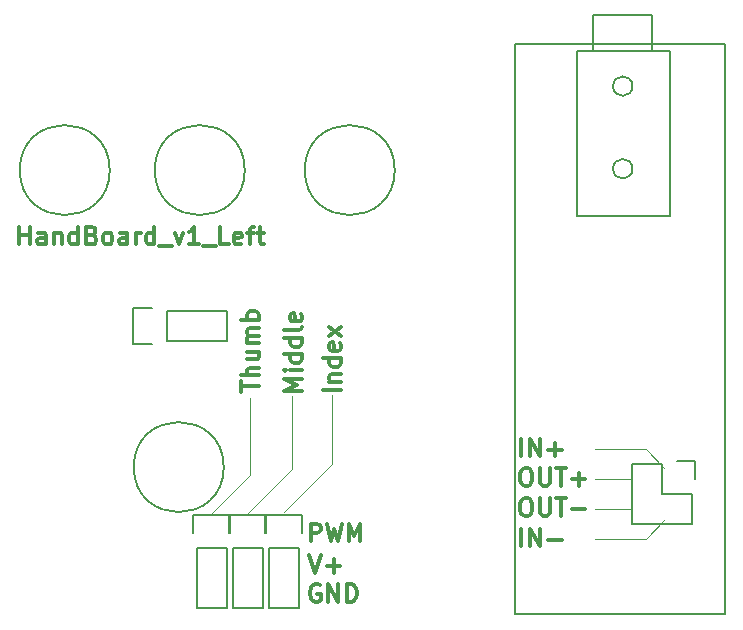
<source format=gto>
G04 #@! TF.FileFunction,Legend,Top*
%FSLAX46Y46*%
G04 Gerber Fmt 4.6, Leading zero omitted, Abs format (unit mm)*
G04 Created by KiCad (PCBNEW 4.0.1-stable) date 2016/02/29 22:10:02*
%MOMM*%
G01*
G04 APERTURE LIST*
%ADD10C,0.100000*%
%ADD11C,0.300000*%
%ADD12C,0.150000*%
G04 APERTURE END LIST*
D10*
X124121100Y-127633600D02*
X124121100Y-121783600D01*
X120071100Y-131683600D02*
X124121100Y-127633600D01*
X120771100Y-127983600D02*
X120771100Y-121883600D01*
X117021100Y-131733600D02*
X120771100Y-127983600D01*
X117171100Y-128533600D02*
X113971100Y-131733600D01*
X117171100Y-122033600D02*
X117171100Y-128533600D01*
D11*
X97678243Y-109012171D02*
X97678243Y-107512171D01*
X97678243Y-108226457D02*
X98535386Y-108226457D01*
X98535386Y-109012171D02*
X98535386Y-107512171D01*
X99892529Y-109012171D02*
X99892529Y-108226457D01*
X99821100Y-108083600D01*
X99678243Y-108012171D01*
X99392529Y-108012171D01*
X99249672Y-108083600D01*
X99892529Y-108940743D02*
X99749672Y-109012171D01*
X99392529Y-109012171D01*
X99249672Y-108940743D01*
X99178243Y-108797886D01*
X99178243Y-108655029D01*
X99249672Y-108512171D01*
X99392529Y-108440743D01*
X99749672Y-108440743D01*
X99892529Y-108369314D01*
X100606815Y-108012171D02*
X100606815Y-109012171D01*
X100606815Y-108155029D02*
X100678243Y-108083600D01*
X100821101Y-108012171D01*
X101035386Y-108012171D01*
X101178243Y-108083600D01*
X101249672Y-108226457D01*
X101249672Y-109012171D01*
X102606815Y-109012171D02*
X102606815Y-107512171D01*
X102606815Y-108940743D02*
X102463958Y-109012171D01*
X102178244Y-109012171D01*
X102035386Y-108940743D01*
X101963958Y-108869314D01*
X101892529Y-108726457D01*
X101892529Y-108297886D01*
X101963958Y-108155029D01*
X102035386Y-108083600D01*
X102178244Y-108012171D01*
X102463958Y-108012171D01*
X102606815Y-108083600D01*
X103821101Y-108226457D02*
X104035387Y-108297886D01*
X104106815Y-108369314D01*
X104178244Y-108512171D01*
X104178244Y-108726457D01*
X104106815Y-108869314D01*
X104035387Y-108940743D01*
X103892529Y-109012171D01*
X103321101Y-109012171D01*
X103321101Y-107512171D01*
X103821101Y-107512171D01*
X103963958Y-107583600D01*
X104035387Y-107655029D01*
X104106815Y-107797886D01*
X104106815Y-107940743D01*
X104035387Y-108083600D01*
X103963958Y-108155029D01*
X103821101Y-108226457D01*
X103321101Y-108226457D01*
X105035387Y-109012171D02*
X104892529Y-108940743D01*
X104821101Y-108869314D01*
X104749672Y-108726457D01*
X104749672Y-108297886D01*
X104821101Y-108155029D01*
X104892529Y-108083600D01*
X105035387Y-108012171D01*
X105249672Y-108012171D01*
X105392529Y-108083600D01*
X105463958Y-108155029D01*
X105535387Y-108297886D01*
X105535387Y-108726457D01*
X105463958Y-108869314D01*
X105392529Y-108940743D01*
X105249672Y-109012171D01*
X105035387Y-109012171D01*
X106821101Y-109012171D02*
X106821101Y-108226457D01*
X106749672Y-108083600D01*
X106606815Y-108012171D01*
X106321101Y-108012171D01*
X106178244Y-108083600D01*
X106821101Y-108940743D02*
X106678244Y-109012171D01*
X106321101Y-109012171D01*
X106178244Y-108940743D01*
X106106815Y-108797886D01*
X106106815Y-108655029D01*
X106178244Y-108512171D01*
X106321101Y-108440743D01*
X106678244Y-108440743D01*
X106821101Y-108369314D01*
X107535387Y-109012171D02*
X107535387Y-108012171D01*
X107535387Y-108297886D02*
X107606815Y-108155029D01*
X107678244Y-108083600D01*
X107821101Y-108012171D01*
X107963958Y-108012171D01*
X109106815Y-109012171D02*
X109106815Y-107512171D01*
X109106815Y-108940743D02*
X108963958Y-109012171D01*
X108678244Y-109012171D01*
X108535386Y-108940743D01*
X108463958Y-108869314D01*
X108392529Y-108726457D01*
X108392529Y-108297886D01*
X108463958Y-108155029D01*
X108535386Y-108083600D01*
X108678244Y-108012171D01*
X108963958Y-108012171D01*
X109106815Y-108083600D01*
X109463958Y-109155029D02*
X110606815Y-109155029D01*
X110821101Y-108012171D02*
X111178244Y-109012171D01*
X111535386Y-108012171D01*
X112892529Y-109012171D02*
X112035386Y-109012171D01*
X112463958Y-109012171D02*
X112463958Y-107512171D01*
X112321101Y-107726457D01*
X112178243Y-107869314D01*
X112035386Y-107940743D01*
X113178243Y-109155029D02*
X114321100Y-109155029D01*
X115392529Y-109012171D02*
X114678243Y-109012171D01*
X114678243Y-107512171D01*
X116463957Y-108940743D02*
X116321100Y-109012171D01*
X116035386Y-109012171D01*
X115892529Y-108940743D01*
X115821100Y-108797886D01*
X115821100Y-108226457D01*
X115892529Y-108083600D01*
X116035386Y-108012171D01*
X116321100Y-108012171D01*
X116463957Y-108083600D01*
X116535386Y-108226457D01*
X116535386Y-108369314D01*
X115821100Y-108512171D01*
X116963957Y-108012171D02*
X117535386Y-108012171D01*
X117178243Y-109012171D02*
X117178243Y-107726457D01*
X117249671Y-107583600D01*
X117392529Y-107512171D01*
X117535386Y-107512171D01*
X117821100Y-108012171D02*
X118392529Y-108012171D01*
X118035386Y-107512171D02*
X118035386Y-108797886D01*
X118106814Y-108940743D01*
X118249672Y-109012171D01*
X118392529Y-109012171D01*
X140162243Y-134566171D02*
X140162243Y-133066171D01*
X140876529Y-134566171D02*
X140876529Y-133066171D01*
X141733672Y-134566171D01*
X141733672Y-133066171D01*
X142447958Y-133994743D02*
X143590815Y-133994743D01*
X122328243Y-134162171D02*
X122328243Y-132662171D01*
X122899671Y-132662171D01*
X123042529Y-132733600D01*
X123113957Y-132805029D01*
X123185386Y-132947886D01*
X123185386Y-133162171D01*
X123113957Y-133305029D01*
X123042529Y-133376457D01*
X122899671Y-133447886D01*
X122328243Y-133447886D01*
X123685386Y-132662171D02*
X124042529Y-134162171D01*
X124328243Y-133090743D01*
X124613957Y-134162171D01*
X124971100Y-132662171D01*
X125542529Y-134162171D02*
X125542529Y-132662171D01*
X126042529Y-133733600D01*
X126542529Y-132662171D01*
X126542529Y-134162171D01*
X122213957Y-135312171D02*
X122713957Y-136812171D01*
X123213957Y-135312171D01*
X123713957Y-136240743D02*
X124856814Y-136240743D01*
X124285385Y-136812171D02*
X124285385Y-135669314D01*
X123113957Y-137833600D02*
X122971100Y-137762171D01*
X122756814Y-137762171D01*
X122542529Y-137833600D01*
X122399671Y-137976457D01*
X122328243Y-138119314D01*
X122256814Y-138405029D01*
X122256814Y-138619314D01*
X122328243Y-138905029D01*
X122399671Y-139047886D01*
X122542529Y-139190743D01*
X122756814Y-139262171D01*
X122899671Y-139262171D01*
X123113957Y-139190743D01*
X123185386Y-139119314D01*
X123185386Y-138619314D01*
X122899671Y-138619314D01*
X123828243Y-139262171D02*
X123828243Y-137762171D01*
X124685386Y-139262171D01*
X124685386Y-137762171D01*
X125399672Y-139262171D02*
X125399672Y-137762171D01*
X125756815Y-137762171D01*
X125971100Y-137833600D01*
X126113958Y-137976457D01*
X126185386Y-138119314D01*
X126256815Y-138405029D01*
X126256815Y-138619314D01*
X126185386Y-138905029D01*
X126113958Y-139047886D01*
X125971100Y-139190743D01*
X125756815Y-139262171D01*
X125399672Y-139262171D01*
X140162243Y-126966171D02*
X140162243Y-125466171D01*
X140876529Y-126966171D02*
X140876529Y-125466171D01*
X141733672Y-126966171D01*
X141733672Y-125466171D01*
X142447958Y-126394743D02*
X143590815Y-126394743D01*
X143019386Y-126966171D02*
X143019386Y-125823314D01*
D10*
X150687100Y-126329600D02*
X152287100Y-127929600D01*
X146437100Y-126329600D02*
X150687100Y-126329600D01*
X150737100Y-133929600D02*
X152287100Y-132379600D01*
X146437100Y-133929600D02*
X150737100Y-133929600D01*
D11*
X140447957Y-130516171D02*
X140733671Y-130516171D01*
X140876529Y-130587600D01*
X141019386Y-130730457D01*
X141090814Y-131016171D01*
X141090814Y-131516171D01*
X141019386Y-131801886D01*
X140876529Y-131944743D01*
X140733671Y-132016171D01*
X140447957Y-132016171D01*
X140305100Y-131944743D01*
X140162243Y-131801886D01*
X140090814Y-131516171D01*
X140090814Y-131016171D01*
X140162243Y-130730457D01*
X140305100Y-130587600D01*
X140447957Y-130516171D01*
X141733672Y-130516171D02*
X141733672Y-131730457D01*
X141805100Y-131873314D01*
X141876529Y-131944743D01*
X142019386Y-132016171D01*
X142305100Y-132016171D01*
X142447958Y-131944743D01*
X142519386Y-131873314D01*
X142590815Y-131730457D01*
X142590815Y-130516171D01*
X143090815Y-130516171D02*
X143947958Y-130516171D01*
X143519387Y-132016171D02*
X143519387Y-130516171D01*
X144447958Y-131444743D02*
X145590815Y-131444743D01*
X140447957Y-127966171D02*
X140733671Y-127966171D01*
X140876529Y-128037600D01*
X141019386Y-128180457D01*
X141090814Y-128466171D01*
X141090814Y-128966171D01*
X141019386Y-129251886D01*
X140876529Y-129394743D01*
X140733671Y-129466171D01*
X140447957Y-129466171D01*
X140305100Y-129394743D01*
X140162243Y-129251886D01*
X140090814Y-128966171D01*
X140090814Y-128466171D01*
X140162243Y-128180457D01*
X140305100Y-128037600D01*
X140447957Y-127966171D01*
X141733672Y-127966171D02*
X141733672Y-129180457D01*
X141805100Y-129323314D01*
X141876529Y-129394743D01*
X142019386Y-129466171D01*
X142305100Y-129466171D01*
X142447958Y-129394743D01*
X142519386Y-129323314D01*
X142590815Y-129180457D01*
X142590815Y-127966171D01*
X143090815Y-127966171D02*
X143947958Y-127966171D01*
X143519387Y-129466171D02*
X143519387Y-127966171D01*
X144447958Y-128894743D02*
X145590815Y-128894743D01*
X145019386Y-129466171D02*
X145019386Y-128323314D01*
D10*
X149437100Y-128879600D02*
X146437100Y-128879600D01*
X149437100Y-131429600D02*
X146437100Y-131429600D01*
D11*
X124899671Y-121355029D02*
X123399671Y-121355029D01*
X123899671Y-120640743D02*
X124899671Y-120640743D01*
X124042529Y-120640743D02*
X123971100Y-120569315D01*
X123899671Y-120426457D01*
X123899671Y-120212172D01*
X123971100Y-120069315D01*
X124113957Y-119997886D01*
X124899671Y-119997886D01*
X124899671Y-118640743D02*
X123399671Y-118640743D01*
X124828243Y-118640743D02*
X124899671Y-118783600D01*
X124899671Y-119069314D01*
X124828243Y-119212172D01*
X124756814Y-119283600D01*
X124613957Y-119355029D01*
X124185386Y-119355029D01*
X124042529Y-119283600D01*
X123971100Y-119212172D01*
X123899671Y-119069314D01*
X123899671Y-118783600D01*
X123971100Y-118640743D01*
X124828243Y-117355029D02*
X124899671Y-117497886D01*
X124899671Y-117783600D01*
X124828243Y-117926457D01*
X124685386Y-117997886D01*
X124113957Y-117997886D01*
X123971100Y-117926457D01*
X123899671Y-117783600D01*
X123899671Y-117497886D01*
X123971100Y-117355029D01*
X124113957Y-117283600D01*
X124256814Y-117283600D01*
X124399671Y-117997886D01*
X124899671Y-116783600D02*
X123899671Y-115997886D01*
X123899671Y-116783600D02*
X124899671Y-115997886D01*
X121599671Y-121390743D02*
X120099671Y-121390743D01*
X121171100Y-120890743D01*
X120099671Y-120390743D01*
X121599671Y-120390743D01*
X121599671Y-119676457D02*
X120599671Y-119676457D01*
X120099671Y-119676457D02*
X120171100Y-119747886D01*
X120242529Y-119676457D01*
X120171100Y-119605029D01*
X120099671Y-119676457D01*
X120242529Y-119676457D01*
X121599671Y-118319314D02*
X120099671Y-118319314D01*
X121528243Y-118319314D02*
X121599671Y-118462171D01*
X121599671Y-118747885D01*
X121528243Y-118890743D01*
X121456814Y-118962171D01*
X121313957Y-119033600D01*
X120885386Y-119033600D01*
X120742529Y-118962171D01*
X120671100Y-118890743D01*
X120599671Y-118747885D01*
X120599671Y-118462171D01*
X120671100Y-118319314D01*
X121599671Y-116962171D02*
X120099671Y-116962171D01*
X121528243Y-116962171D02*
X121599671Y-117105028D01*
X121599671Y-117390742D01*
X121528243Y-117533600D01*
X121456814Y-117605028D01*
X121313957Y-117676457D01*
X120885386Y-117676457D01*
X120742529Y-117605028D01*
X120671100Y-117533600D01*
X120599671Y-117390742D01*
X120599671Y-117105028D01*
X120671100Y-116962171D01*
X121599671Y-116033599D02*
X121528243Y-116176457D01*
X121385386Y-116247885D01*
X120099671Y-116247885D01*
X121528243Y-114890743D02*
X121599671Y-115033600D01*
X121599671Y-115319314D01*
X121528243Y-115462171D01*
X121385386Y-115533600D01*
X120813957Y-115533600D01*
X120671100Y-115462171D01*
X120599671Y-115319314D01*
X120599671Y-115033600D01*
X120671100Y-114890743D01*
X120813957Y-114819314D01*
X120956814Y-114819314D01*
X121099671Y-115533600D01*
X116441671Y-121465029D02*
X116441671Y-120607886D01*
X117941671Y-121036457D02*
X116441671Y-121036457D01*
X117941671Y-120107886D02*
X116441671Y-120107886D01*
X117941671Y-119465029D02*
X117155957Y-119465029D01*
X117013100Y-119536458D01*
X116941671Y-119679315D01*
X116941671Y-119893600D01*
X117013100Y-120036458D01*
X117084529Y-120107886D01*
X116941671Y-118107886D02*
X117941671Y-118107886D01*
X116941671Y-118750743D02*
X117727386Y-118750743D01*
X117870243Y-118679315D01*
X117941671Y-118536457D01*
X117941671Y-118322172D01*
X117870243Y-118179315D01*
X117798814Y-118107886D01*
X117941671Y-117393600D02*
X116941671Y-117393600D01*
X117084529Y-117393600D02*
X117013100Y-117322172D01*
X116941671Y-117179314D01*
X116941671Y-116965029D01*
X117013100Y-116822172D01*
X117155957Y-116750743D01*
X117941671Y-116750743D01*
X117155957Y-116750743D02*
X117013100Y-116679314D01*
X116941671Y-116536457D01*
X116941671Y-116322172D01*
X117013100Y-116179314D01*
X117155957Y-116107886D01*
X117941671Y-116107886D01*
X117941671Y-115393600D02*
X116441671Y-115393600D01*
X117013100Y-115393600D02*
X116941671Y-115250743D01*
X116941671Y-114965029D01*
X117013100Y-114822172D01*
X117084529Y-114750743D01*
X117227386Y-114679314D01*
X117655957Y-114679314D01*
X117798814Y-114750743D01*
X117870243Y-114822172D01*
X117941671Y-114965029D01*
X117941671Y-115250743D01*
X117870243Y-115393600D01*
D12*
X112687100Y-134721600D02*
X112687100Y-139801600D01*
X112687100Y-139801600D02*
X115227100Y-139801600D01*
X115227100Y-139801600D02*
X115227100Y-134721600D01*
X115507100Y-131901600D02*
X115507100Y-133451600D01*
X115227100Y-134721600D02*
X112687100Y-134721600D01*
X112407100Y-133451600D02*
X112407100Y-131901600D01*
X112407100Y-131901600D02*
X115507100Y-131901600D01*
X153327100Y-127329600D02*
X154877100Y-127329600D01*
X154877100Y-128879600D02*
X154877100Y-127329600D01*
X152057100Y-127609600D02*
X152057100Y-130149600D01*
X152057100Y-130149600D02*
X154597100Y-130149600D01*
X154597100Y-130149600D02*
X154597100Y-132689600D01*
X154597100Y-132689600D02*
X149517100Y-132689600D01*
X149517100Y-132689600D02*
X149517100Y-127609600D01*
X149517100Y-127609600D02*
X152057100Y-127609600D01*
X157391100Y-92049600D02*
X157391100Y-140309600D01*
X157391100Y-140309600D02*
X139611100Y-140309600D01*
X139611100Y-140309600D02*
X139611100Y-92049600D01*
X139611100Y-92049600D02*
X157391100Y-92049600D01*
X105321100Y-102717600D02*
G75*
G03X105321100Y-102717600I-3810000J0D01*
G01*
X116751100Y-102717600D02*
G75*
G03X116751100Y-102717600I-3810000J0D01*
G01*
X129451100Y-102717600D02*
G75*
G03X129451100Y-102717600I-3810000J0D01*
G01*
X114973100Y-127863600D02*
G75*
G03X114973100Y-127863600I-3810000J0D01*
G01*
X144855100Y-92605600D02*
X144855100Y-106605600D01*
X144855100Y-106605600D02*
X152755100Y-106605600D01*
X152755100Y-106605600D02*
X152755100Y-92605600D01*
X152755100Y-92605600D02*
X144855100Y-92605600D01*
X151255100Y-89605600D02*
X151255100Y-92605600D01*
X146255100Y-89605600D02*
X151255100Y-89605600D01*
X146255100Y-92605600D02*
X146255100Y-89605600D01*
X149579721Y-102605600D02*
G75*
G03X149579721Y-102605600I-824621J0D01*
G01*
X149579721Y-95605600D02*
G75*
G03X149579721Y-95605600I-824621J0D01*
G01*
X115735100Y-134721600D02*
X115735100Y-139801600D01*
X115735100Y-139801600D02*
X118275100Y-139801600D01*
X118275100Y-139801600D02*
X118275100Y-134721600D01*
X118555100Y-131901600D02*
X118555100Y-133451600D01*
X118275100Y-134721600D02*
X115735100Y-134721600D01*
X115455100Y-133451600D02*
X115455100Y-131901600D01*
X115455100Y-131901600D02*
X118555100Y-131901600D01*
X110147100Y-117195600D02*
X115227100Y-117195600D01*
X115227100Y-117195600D02*
X115227100Y-114655600D01*
X115227100Y-114655600D02*
X110147100Y-114655600D01*
X107327100Y-114375600D02*
X108877100Y-114375600D01*
X110147100Y-114655600D02*
X110147100Y-117195600D01*
X108877100Y-117475600D02*
X107327100Y-117475600D01*
X107327100Y-117475600D02*
X107327100Y-114375600D01*
X118783100Y-134721600D02*
X118783100Y-139801600D01*
X118783100Y-139801600D02*
X121323100Y-139801600D01*
X121323100Y-139801600D02*
X121323100Y-134721600D01*
X121603100Y-131901600D02*
X121603100Y-133451600D01*
X121323100Y-134721600D02*
X118783100Y-134721600D01*
X118503100Y-133451600D02*
X118503100Y-131901600D01*
X118503100Y-131901600D02*
X121603100Y-131901600D01*
M02*

</source>
